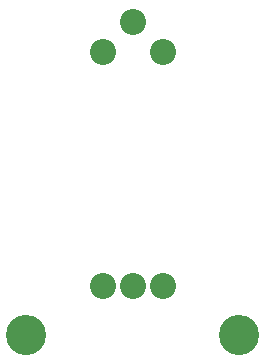
<source format=gbr>
G04 EAGLE Gerber X2 export*
%TF.Part,Single*%
%TF.FileFunction,Soldermask,Top,1*%
%TF.FilePolarity,Negative*%
%TF.GenerationSoftware,Autodesk,EAGLE,9.0.1*%
%TF.CreationDate,2018-10-12T14:53:16Z*%
G75*
%MOMM*%
%FSLAX34Y34*%
%LPD*%
%AMOC8*
5,1,8,0,0,1.08239X$1,22.5*%
G01*
%ADD10C,3.403200*%
%ADD11C,2.203200*%


D10*
X90000Y-130000D03*
X-90000Y-130000D03*
D11*
X-25400Y110000D03*
X-25400Y-88600D03*
X25400Y110000D03*
X25400Y-88600D03*
X0Y135400D03*
X0Y-88600D03*
M02*

</source>
